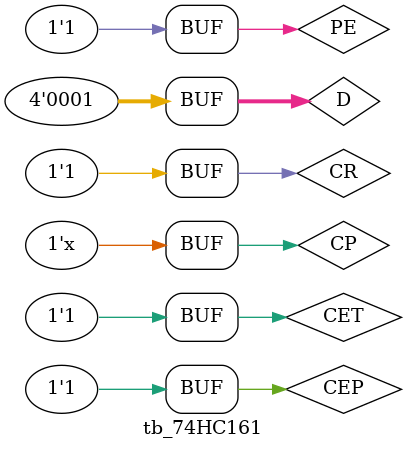
<source format=v>
`timescale 1ns/1ps
module tb_74HC161;
reg CP; initial CP = 'b0;
always #5 CP <= ~CP;

wire [3:0] D = 4'H1;
wire [3:0] Q;
reg CEP, CET, PE, CR;
wire TC;
initial begin
	CR = 1'b0;       //asy clear enabla
	CEP = 1'b1;
	CET = 1'b1;	
	PE = 1'b1;
	#53 CR = 1'b1; 	 //clear done, start count 
	#73 PE = 1'b0;   //syn set data 
	#14 PE = 1'b1;   //count, generate co(TC)
	#200 CEP = 1'b0; //CEP hold data 
	#36 CEP = 1'b1;
	#56 CET = 1'b0;  //CET hold data
	#23 CET = 1'b1;
	#46 CEP = 1'b0;	 //CEP hold data & cnter == 15 & CET == 1
	#46 CET = 1'b0;	 //CEP hold data & cnter == 15 & CET == 0
	#50 CEP = 1'b1;	 //continue cnt
	    CET = 1'b1;
end 

Counter_74HC161 the_cnter(
	.CEP(CEP),.CET(CET),.PE(PE),.CP(CP),.CR(CR),
	.D(D),
	.TC(TC),
	.Q(Q)
	);
endmodule 
</source>
